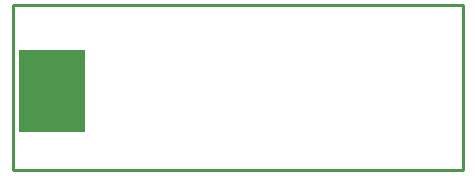
<source format=gko>
G04*
G04 #@! TF.GenerationSoftware,Altium Limited,Altium Designer,21.2.2 (38)*
G04*
G04 Layer_Color=16711935*
%FSLAX25Y25*%
%MOIN*%
G70*
G04*
G04 #@! TF.SameCoordinates,D102F6C4-1F96-4035-BECF-554025CD0FF2*
G04*
G04*
G04 #@! TF.FilePolarity,Positive*
G04*
G01*
G75*
%ADD13C,0.01000*%
%ADD39R,0.22244X0.27559*%
D13*
Y55000D01*
Y0D02*
X150000D01*
Y55000D01*
X0D02*
X150000D01*
D39*
X13012Y26500D02*
D03*
M02*

</source>
